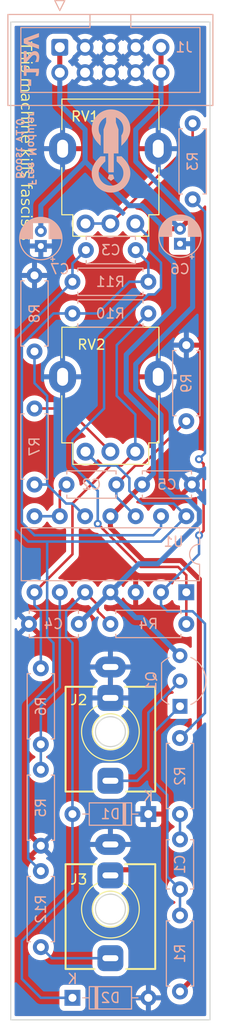
<source format=kicad_pcb>
(kicad_pcb (version 20240108) (generator "pcbnew") (generator_version "8.0")
  (title_block (title "Boost") (date "2024-09-14") (rev "1.0") (company "Free Modular"))
  (layers (0 "F.Cu" signal) (31 "B.Cu" signal) (34 "B.Paste" user) (35 "F.Paste" user) (36 "B.SilkS" user "B.Silkscreen") (37 "F.SilkS" user "F.Silkscreen") (38 "B.Mask" user) (39 "F.Mask" user) (44 "Edge.Cuts" user))
  (net 0 "")
  (net 1 "Net-(U1D--)")
  (net 2 "Net-(J3-Pad3)")
  (net 3 "Net-(U1B--)")
  (net 4 "Net-(C3-Pad2)")
  (net 5 "GND")
  (net 6 "Net-(D1-A)")
  (net 7 "Net-(U1A--)")
  (net 8 "Net-(U1C--)")
  (net 10 "Net-(R7-Pad1)")
  (net 11 "Net-(C1-Pad2)")
  (net 12 "Net-(Q1-E)")
  (net 13 "Net-(U1D-+)")
  (net 14 "+12V")
  (net 15 "-12V")
  (net 16 "Net-(Q1-B)")
  (net 17 "Net-(R3-Pad2)")
  (net 18 "Net-(R4-Pad1)")
  (net 19 "Net-(R10-Pad2)")
  (net 20 "Net-(U1C-+)")
  (footprint "FreeModular:Alpha_Potentiometer_Grounded" (layer "F.Cu") (at 33.06 45.6 90)
    (property "Reference" "RV1" (at 10.7275 -0.04 180) (layer "F.SilkS"))
    (property "Value" "50k")
    (pad "1" thru_hole circle (at 0 0 180) (size 1.8 1.8) (drill 1) (layers "*.Cu" "*.Mask") (net 17 "Net-(R3-Pad2)"))
    (pad "2" thru_hole circle (at 0 2.5 180) (size 1.8 1.8) (drill 1) (layers "*.Cu" "*.Mask") (net 17 "Net-(R3-Pad2)"))
    (pad "3" thru_hole circle (at 0 5 180) (size 1.8 1.8) (drill 1) (layers "*.Cu" "*.Mask") (net 18 "Net-(R4-Pad1)"))
    (pad "MP" thru_hole oval (at 7.5 -2.3 180) (size 2.72 3.24) (drill oval 1.1 1.8) (layers "*.Cu" "*.Mask") (net 5 "GND"))
    (pad "MP" thru_hole oval (at 7.5 7.3 180) (size 2.72 3.24) (drill oval 1.1 1.8) (layers "*.Cu" "*.Mask") (net 5 "GND"))
  )
  (footprint "FreeModular:Alpha_Potentiometer_Grounded" (layer "F.Cu") (at 33.06 68.46 90)
    (property "Reference" "RV2" (at 10.7275 0.595 180) (layer "F.SilkS"))
    (property "Value" "50k")
    (pad "1" thru_hole circle (at 0 0 180) (size 1.8 1.8) (drill 1) (layers "*.Cu" "*.Mask") (net 4 "Net-(C3-Pad2)"))
    (pad "2" thru_hole circle (at 0 2.5 180) (size 1.8 1.8) (drill 1) (layers "*.Cu" "*.Mask") (net 10 "Net-(R7-Pad1)"))
    (pad "3" thru_hole circle (at 0 5 180) (size 1.8 1.8) (drill 1) (layers "*.Cu" "*.Mask") (net 19 "Net-(R10-Pad2)"))
    (pad "MP" thru_hole oval (at 7.5 -2.3 180) (size 2.72 3.24) (drill oval 1.1 1.8) (layers "*.Cu" "*.Mask") (net 5 "GND"))
    (pad "MP" thru_hole oval (at 7.5 7.3 180) (size 2.72 3.24) (drill oval 1.1 1.8) (layers "*.Cu" "*.Mask") (net 5 "GND"))
  )
  (footprint "FreeModular:THONKICONN" (layer "F.Cu") (at 35.56 114.3 180)
    (property "Reference" "J3" (at 3.175 2.97 0) (layer "F.SilkS"))
    (property "Value" "THONKICONN")
    (fp_circle (center 0 0) (end -1.5 0) (stroke (width 0.12)) (fill none) (layer "Edge.Cuts"))
    (pad "1" thru_hole oval (at 0 6.48 180) (size 3.1 2.1) (drill oval 1.6 0.6) (layers "*.Cu" "*.Mask") (net 5 "GND"))
    (pad "2" thru_hole roundrect (at 0 3.38 180) (size 2.6 2.6) (drill oval 1.6 0.6) (layers "*.Cu" "*.Mask"))
    (pad "3" thru_hole roundrect (at 0 -4.92 180) (size 2.6 2.6) (drill oval 1.6 0.6) (layers "*.Cu" "*.Mask") (net 2 "Net-(J3-Pad3)"))
  )
  (footprint "FreeModular:THONKICONN" (layer "F.Cu") (at 35.56 96.52 180)
    (property "Reference" "J2" (at 3.175 3.175 0) (layer "F.SilkS"))
    (property "Value" "THONKICONN")
    (fp_circle (center 0 0) (end -1.5 0) (stroke (width 0.12)) (fill none) (layer "Edge.Cuts"))
    (pad "1" thru_hole oval (at 0 6.48 180) (size 3.1 2.1) (drill oval 1.6 0.6) (layers "*.Cu" "*.Mask") (net 5 "GND"))
    (pad "2" thru_hole roundrect (at 0 3.38 180) (size 2.6 2.6) (drill oval 1.6 0.6) (layers "*.Cu" "*.Mask") (net 5 "GND"))
    (pad "3" thru_hole roundrect (at 0 -4.92 180) (size 2.6 2.6) (drill oval 1.6 0.6) (layers "*.Cu" "*.Mask") (net 16 "Net-(Q1-B)"))
  )
  (footprint "Resistor_THT:R_Axial_DIN0207_L6.3mm_D2.5mm_P7.62mm_Horizontal" (layer "B.Cu") (at 42.545 104.775 90)
    (property "Reference" "R2" (at 3.81 0 90) (layer "B.SilkS") (effects (justify mirror)))
    (property "Value" "24k")
    (pad "1" thru_hole circle (at 0 0 90) (size 1.6 1.6) (drill 0.8) (layers "*.Cu" "*.Mask") (net 11 "Net-(C1-Pad2)"))
    (pad "2" thru_hole oval (at 7.62 0 90) (size 1.6 1.6) (drill 0.8) (layers "*.Cu" "*.Mask") (net 7 "Net-(U1A--)"))
  )
  (footprint "FreeModular:logo_very_small" (layer "B.Cu") (at 35.56 38.1 90)
    (property "Reference" "REF**" (hide yes))
    (property "Value" "logo_very_small" (hide yes))
  )
  (footprint "Resistor_THT:R_Axial_DIN0207_L6.3mm_D2.5mm_P7.62mm_Horizontal" (layer "B.Cu") (at 43.18 85.725 180)
    (property "Reference" "R4" (at 3.81 0 0) (layer "B.SilkS") (effects (justify mirror)))
    (property "Value" "10k")
    (pad "1" thru_hole circle (at 0 0 180) (size 1.6 1.6) (drill 0.8) (layers "*.Cu" "*.Mask") (net 18 "Net-(R4-Pad1)"))
    (pad "2" thru_hole oval (at 7.62 0 180) (size 1.6 1.6) (drill 0.8) (layers "*.Cu" "*.Mask") (net 6 "Net-(D1-A)"))
  )
  (footprint "Package_TO_SOT_THT:TO-92_Inline_Wide" (layer "B.Cu") (at 42.545 93.98 90)
    (property "Reference" "Q1" (at 2.527472 -2.892111 -90) (layer "B.SilkS") (effects (justify mirror)))
    (property "Value" "2N3904")
    (pad "1" thru_hole rect (at 0 0 90) (size 1.5 1.5) (drill 0.8) (layers "*.Cu" "*.Mask") (net 12 "Net-(Q1-E)"))
    (pad "2" thru_hole circle (at 2.54 0 90) (size 1.5 1.5) (drill 0.8) (layers "*.Cu" "*.Mask") (net 16 "Net-(Q1-B)"))
    (pad "3" thru_hole circle (at 5.08 0 90) (size 1.5 1.5) (drill 0.8) (layers "*.Cu" "*.Mask") (net 14 "+12V"))
  )
  (footprint "Resistor_THT:R_Axial_DIN0207_L6.3mm_D2.5mm_P7.62mm_Horizontal" (layer "B.Cu") (at 27.94 64.135 -90)
    (property "Reference" "R7" (at 3.81 0 90) (layer "B.SilkS") (effects (justify mirror)))
    (property "Value" "750k")
    (pad "1" thru_hole circle (at 0 0 270) (size 1.6 1.6) (drill 0.8) (layers "*.Cu" "*.Mask") (net 10 "Net-(R7-Pad1)"))
    (pad "2" thru_hole oval (at 7.62 0 270) (size 1.6 1.6) (drill 0.8) (layers "*.Cu" "*.Mask") (net 20 "Net-(U1C-+)"))
  )
  (footprint "Capacitor_THT:C_Disc_D4.7mm_W2.5mm_P5.00mm" (layer "B.Cu") (at 38.1 48.26 180)
    (property "Reference" "C3" (at 2.5 0 0) (layer "B.SilkS") (effects (justify mirror)))
    (property "Value" "33pF")
    (pad "1" thru_hole circle (at 0 0 180) (size 1.6 1.6) (drill 0.8) (layers "*.Cu" "*.Mask") (net 1 "Net-(U1D--)"))
    (pad "2" thru_hole circle (at 5 0 180) (size 1.6 1.6) (drill 0.8) (layers "*.Cu" "*.Mask") (net 4 "Net-(C3-Pad2)"))
  )
  (footprint "Capacitor_THT:C_Disc_D4.7mm_W2.5mm_P5.00mm" (layer "B.Cu") (at 31.155 71.755)
    (property "Reference" "C2" (at 2.5 0 0) (layer "B.SilkS") (effects (justify mirror)))
    (property "Value" "10nF")
    (pad "1" thru_hole circle (at 0 0) (size 1.6 1.6) (drill 0.8) (layers "*.Cu" "*.Mask") (net 8 "Net-(U1C--)"))
    (pad "2" thru_hole circle (at 5 0) (size 1.6 1.6) (drill 0.8) (layers "*.Cu" "*.Mask") (net 13 "Net-(U1D-+)"))
  )
  (footprint "Package_DIP:DIP-14_W7.62mm" (layer "B.Cu") (at 43.18 82.550842 90)
    (property "Reference" "U1" (at 5.07 -1.275 0) (layer "B.SilkS") (effects (justify mirror)))
    (property "Value" "TL074")
    (pad "1" thru_hole rect (at 0 0 90) (size 1.6 1.6) (drill 0.8) (layers "*.Cu" "*.Mask") (net 18 "Net-(R4-Pad1)"))
    (pad "2" thru_hole oval (at 0 -2.54 90) (size 1.6 1.6) (drill 0.8) (layers "*.Cu" "*.Mask") (net 7 "Net-(U1A--)"))
    (pad "3" thru_hole oval (at 0 -5.08 90) (size 1.6 1.6) (drill 0.8) (layers "*.Cu" "*.Mask") (net 5 "GND"))
    (pad "4" thru_hole oval (at 0 -7.62 90) (size 1.6 1.6) (drill 0.8) (layers "*.Cu" "*.Mask") (net 14 "+12V"))
    (pad "5" thru_hole oval (at 0 -10.16 90) (size 1.6 1.6) (drill 0.8) (layers "*.Cu" "*.Mask") (net 6 "Net-(D1-A)"))
    (pad "6" thru_hole oval (at 0 -12.7 90) (size 1.6 1.6) (drill 0.8) (layers "*.Cu" "*.Mask") (net 3 "Net-(U1B--)"))
    (pad "7" thru_hole oval (at 0 -15.24 90) (size 1.6 1.6) (drill 0.8) (layers "*.Cu" "*.Mask") (net 19 "Net-(R10-Pad2)"))
    (pad "8" thru_hole oval (at 7.62 -15.24 90) (size 1.6 1.6) (drill 0.8) (layers "*.Cu" "*.Mask") (net 8 "Net-(U1C--)"))
    (pad "9" thru_hole oval (at 7.62 -12.7 90) (size 1.6 1.6) (drill 0.8) (layers "*.Cu" "*.Mask") (net 8 "Net-(U1C--)"))
    (pad "10" thru_hole oval (at 7.62 -10.16 90) (size 1.6 1.6) (drill 0.8) (layers "*.Cu" "*.Mask") (net 20 "Net-(U1C-+)"))
    (pad "11" thru_hole oval (at 7.62 -7.62 90) (size 1.6 1.6) (drill 0.8) (layers "*.Cu" "*.Mask") (net 15 "-12V"))
    (pad "12" thru_hole oval (at 7.62 -5.08 90) (size 1.6 1.6) (drill 0.8) (layers "*.Cu" "*.Mask") (net 13 "Net-(U1D-+)"))
    (pad "13" thru_hole oval (at 7.62 -2.54 90) (size 1.6 1.6) (drill 0.8) (layers "*.Cu" "*.Mask") (net 1 "Net-(U1D--)"))
    (pad "14" thru_hole oval (at 7.62 0 90) (size 1.6 1.6) (drill 0.8) (layers "*.Cu" "*.Mask") (net 4 "Net-(C3-Pad2)"))
  )
  (footprint "Resistor_THT:R_Axial_DIN0207_L6.3mm_D2.5mm_P7.62mm_Horizontal" (layer "B.Cu") (at 28.575 107.95 90)
    (property "Reference" "R5" (at 3.81 0 90) (layer "B.SilkS") (effects (justify mirror)))
    (property "Value" "2k")
    (pad "1" thru_hole circle (at 0 0 90) (size 1.6 1.6) (drill 0.8) (layers "*.Cu" "*.Mask") (net 5 "GND"))
    (pad "2" thru_hole oval (at 7.62 0 90) (size 1.6 1.6) (drill 0.8) (layers "*.Cu" "*.Mask") (net 3 "Net-(U1B--)"))
  )
  (footprint "Capacitor_THT:C_Disc_D4.7mm_W2.5mm_P5.00mm" (layer "B.Cu") (at 42.545 112.315 90)
    (property "Reference" "C1" (at 2.5 0 90) (layer "B.SilkS") (effects (justify mirror)))
    (property "Value" "470nF")
    (pad "1" thru_hole circle (at 0 0 90) (size 1.6 1.6) (drill 0.8) (layers "*.Cu" "*.Mask") (net 12 "Net-(Q1-E)"))
    (pad "2" thru_hole circle (at 5 0 90) (size 1.6 1.6) (drill 0.8) (layers "*.Cu" "*.Mask") (net 11 "Net-(C1-Pad2)"))
  )
  (footprint "Resistor_THT:R_Axial_DIN0207_L6.3mm_D2.5mm_P7.62mm_Horizontal" (layer "B.Cu") (at 27.94 58.42 90)
    (property "Reference" "R8" (at 3.81 0 90) (layer "B.SilkS") (effects (justify mirror)))
    (property "Value" "560k")
    (pad "1" thru_hole circle (at 0 0 90) (size 1.6 1.6) (drill 0.8) (layers "*.Cu" "*.Mask") (net 20 "Net-(U1C-+)"))
    (pad "2" thru_hole oval (at 7.62 0 90) (size 1.6 1.6) (drill 0.8) (layers "*.Cu" "*.Mask") (net 5 "GND"))
  )
  (footprint "Diode_THT:D_DO-35_SOD27_P7.62mm_Horizontal" (layer "B.Cu") (at 31.75 123.19)
    (property "Reference" "D2" (at 3.81 0 0) (layer "B.SilkS") (effects (justify mirror)))
    (property "Value" "1N4148")
    (fp_text user "K" (at 0 -1.905 180) (layer "B.SilkS") (effects (justify mirror)))
    (pad "1" thru_hole rect (at 0 0) (size 1.6 1.6) (drill 0.8) (layers "*.Cu" "*.Mask") (net 6 "Net-(D1-A)"))
    (pad "2" thru_hole oval (at 7.62 0) (size 1.6 1.6) (drill 0.8) (layers "*.Cu" "*.Mask") (net 5 "GND"))
  )
  (footprint "Resistor_THT:R_Axial_DIN0207_L6.3mm_D2.5mm_P7.62mm_Horizontal" (layer "B.Cu") (at 31.75 54.61)
    (property "Reference" "R10" (at 3.81 0 0) (layer "B.SilkS") (effects (justify mirror)))
    (property "Value" "100k")
    (pad "1" thru_hole circle (at 0 0) (size 1.6 1.6) (drill 0.8) (layers "*.Cu" "*.Mask") (net 1 "Net-(U1D--)"))
    (pad "2" thru_hole oval (at 7.62 0) (size 1.6 1.6) (drill 0.8) (layers "*.Cu" "*.Mask") (net 19 "Net-(R10-Pad2)"))
  )
  (footprint "Capacitor_THT:C_Disc_D4.7mm_W2.5mm_P5.00mm" (layer "B.Cu") (at 43.735 71.755 180)
    (property "Reference" "C5" (at 2.5 0 0) (layer "B.SilkS") (effects (justify mirror)))
    (property "Value" "100nF")
    (pad "1" thru_hole circle (at 0 0 180) (size 1.6 1.6) (drill 0.8) (layers "*.Cu" "*.Mask") (net 5 "GND"))
    (pad "2" thru_hole circle (at 5 0 180) (size 1.6 1.6) (drill 0.8) (layers "*.Cu" "*.Mask") (net 15 "-12V"))
  )
  (footprint "Resistor_THT:R_Axial_DIN0207_L6.3mm_D2.5mm_P7.62mm_Horizontal" (layer "B.Cu") (at 42.545 114.935 -90)
    (property "Reference" "R1" (at 3.81 0 90) (layer "B.SilkS") (effects (justify mirror)))
    (property "Value" "10k")
    (pad "1" thru_hole circle (at 0 0 270) (size 1.6 1.6) (drill 0.8) (layers "*.Cu" "*.Mask") (net 12 "Net-(Q1-E)"))
    (pad "2" thru_hole oval (at 7.62 0 270) (size 1.6 1.6) (drill 0.8) (layers "*.Cu" "*.Mask") (net 15 "-12V"))
  )
  (footprint "Resistor_THT:R_Axial_DIN0207_L6.3mm_D2.5mm_P7.62mm_Horizontal" (layer "B.Cu") (at 28.575 110.49 -90)
    (property "Reference" "R12" (at 3.81 0 90) (layer "B.SilkS") (effects (justify mirror)))
    (property "Value" "1k")
    (pad "1" thru_hole circle (at 0 0 270) (size 1.6 1.6) (drill 0.8) (layers "*.Cu" "*.Mask") (net 4 "Net-(C3-Pad2)"))
    (pad "2" thru_hole oval (at 7.62 0 270) (size 1.6 1.6) (drill 0.8) (layers "*.Cu" "*.Mask") (net 2 "Net-(J3-Pad3)"))
  )
  (footprint "Resistor_THT:R_Axial_DIN0207_L6.3mm_D2.5mm_P7.62mm_Horizontal" (layer "B.Cu") (at 28.575 97.79 90)
    (property "Reference" "R6" (at 3.81 0 90) (layer "B.SilkS") (effects (justify mirror)))
    (property "Value" "18k")
    (pad "1" thru_hole circle (at 0 0 90) (size 1.6 1.6) (drill 0.8) (layers "*.Cu" "*.Mask") (net 3 "Net-(U1B--)"))
    (pad "2" thru_hole oval (at 7.62 0 90) (size 1.6 1.6) (drill 0.8) (layers "*.Cu" "*.Mask") (net 19 "Net-(R10-Pad2)"))
  )
  (footprint "Resistor_THT:R_Axial_DIN0207_L6.3mm_D2.5mm_P7.62mm_Horizontal" (layer "B.Cu") (at 31.75 51.435)
    (property "Reference" "R11" (at 3.81 0 0) (layer "B.SilkS") (effects (justify mirror)))
    (property "Value" "100k")
    (pad "1" thru_hole circle (at 0 0) (size 1.6 1.6) (drill 0.8) (layers "*.Cu" "*.Mask") (net 4 "Net-(C3-Pad2)"))
    (pad "2" thru_hole oval (at 7.62 0) (size 1.6 1.6) (drill 0.8) (layers "*.Cu" "*.Mask") (net 1 "Net-(U1D--)"))
  )
  (footprint "Resistor_THT:R_Axial_DIN0207_L6.3mm_D2.5mm_P7.62mm_Horizontal" (layer "B.Cu") (at 43.815 43.18 90)
    (property "Reference" "R3" (at 3.81 0 90) (layer "B.SilkS") (effects (justify mirror)))
    (property "Value" "2.4k")
    (pad "1" thru_hole circle (at 0 0 90) (size 1.6 1.6) (drill 0.8) (layers "*.Cu" "*.Mask") (net 7 "Net-(U1A--)"))
    (pad "2" thru_hole oval (at 7.62 0 90) (size 1.6 1.6) (drill 0.8) (layers "*.Cu" "*.Mask") (net 17 "Net-(R3-Pad2)"))
  )
  (footprint "Capacitor_THT:C_Disc_D4.7mm_W2.5mm_P5.00mm" (layer "B.Cu") (at 32.385 85.725 180)
    (property "Reference" "C4" (at 2.54 0 0) (layer "B.SilkS") (effects (justify mirror)))
    (property "Value" "100nF")
    (pad "1" thru_hole circle (at 0 0 180) (size 1.6 1.6) (drill 0.8) (layers "*.Cu" "*.Mask") (net 14 "+12V"))
    (pad "2" thru_hole circle (at 5 0 180) (size 1.6 1.6) (drill 0.8) (layers "*.Cu" "*.Mask") (net 5 "GND"))
  )
  (footprint "Connector_IDC:IDC-Header_2x05_P2.54mm_Vertical" (layer "B.Cu") (at 30.48 27.94 -90)
    (property "Reference" "J1" (at 0 -12.474075 180) (layer "B.SilkS") (effects (justify mirror)))
    (property "Value" "2x5 IDC")
    (pad "1" thru_hole roundrect (at 0 0 270) (size 1.7 1.7) (drill 1) (layers "*.Cu" "*.Mask") (roundrect_rratio 0.147059) (net 15 "-12V"))
    (pad "2" thru_hole circle (at 2.54 0 270) (size 1.7 1.7) (drill 1) (layers "*.Cu" "*.Mask") (net 15 "-12V"))
    (pad "3" thru_hole circle (at 0 -2.54 270) (size 1.7 1.7) (drill 1) (layers "*.Cu" "*.Mask") (net 5 "GND"))
    (pad "4" thru_hole circle (at 2.54 -2.54 270) (size 1.7 1.7) (drill 1) (layers "*.Cu" "*.Mask") (net 5 "GND"))
    (pad "5" thru_hole circle (at 0 -5.08 270) (size 1.7 1.7) (drill 1) (layers "*.Cu" "*.Mask") (net 5 "GND"))
    (pad "6" thru_hole circle (at 2.54 -5.08 270) (size 1.7 1.7) (drill 1) (layers "*.Cu" "*.Mask") (net 5 "GND"))
    (pad "7" thru_hole circle (at 0 -7.62 270) (size 1.7 1.7) (drill 1) (layers "*.Cu" "*.Mask") (net 5 "GND"))
    (pad "8" thru_hole circle (at 2.54 -7.62 270) (size 1.7 1.7) (drill 1) (layers "*.Cu" "*.Mask") (net 5 "GND"))
    (pad "9" thru_hole circle (at 0 -10.16 270) (size 1.7 1.7) (drill 1) (layers "*.Cu" "*.Mask") (net 14 "+12V"))
    (pad "10" thru_hole circle (at 2.54 -10.16 270) (size 1.7 1.7) (drill 1) (layers "*.Cu" "*.Mask") (net 14 "+12V"))
  )
  (footprint "Capacitor_THT:CP_Radial_D4.0mm_P1.50mm" (layer "B.Cu") (at 28.575 47.855 90)
    (property "Reference" "C7" (at -2.31 1.905 180) (layer "B.SilkS") (effects (justify mirror)))
    (property "Value" "10uF")
    (pad "1" thru_hole rect (at 0 0 90) (size 1.2 1.2) (drill 0.6) (layers "*.Cu" "*.Mask") (net 5 "GND"))
    (pad "2" thru_hole circle (at 1.5 0 90) (size 1.2 1.2) (drill 0.6) (layers "*.Cu" "*.Mask") (net 15 "-12V"))
  )
  (footprint "Diode_THT:D_DO-35_SOD27_P7.62mm_Horizontal" (layer "B.Cu") (at 39.37 104.775 180)
    (property "Reference" "D1" (at 3.81 0 0) (layer "B.SilkS") (effects (justify mirror)))
    (property "Value" "1N4148")
    (fp_text user "K" (at 0 1.8 0) (layer "B.SilkS") (effects (justify mirror)))
    (pad "1" thru_hole rect (at 0 0 180) (size 1.6 1.6) (drill 0.8) (layers "*.Cu" "*.Mask") (net 5 "GND"))
    (pad "2" thru_hole oval (at 7.62 0 180) (size 1.6 1.6) (drill 0.8) (layers "*.Cu" "*.Mask") (net 6 "Net-(D1-A)"))
  )
  (footprint "Resistor_THT:R_Axial_DIN0207_L6.3mm_D2.5mm_P7.62mm_Horizontal" (layer "B.Cu") (at 43.18 65.405 90)
    (property "Reference" "R9" (at 3.81 0 90) (layer "B.SilkS") (effects (justify mirror)))
    (property "Value" "15k")
    (pad "1" thru_hole circle (at 0 0 90) (size 1.6 1.6) (drill 0.8) (layers "*.Cu" "*.Mask") (net 13 "Net-(U1D-+)"))
    (pad "2" thru_hole oval (at 7.62 0 90) (size 1.6 1.6) (drill 0.8) (layers "*.Cu" "*.Mask") (net 5 "GND"))
  )
  (footprint "Capacitor_THT:CP_Radial_D4.0mm_P1.50mm" (layer "B.Cu") (at 42.545 47.625 90)
    (property "Reference" "C6" (at -2.54 0 180) (layer "B.SilkS") (effects (justify mirror)))
    (property "Value" "10uF")
    (pad "1" thru_hole rect (at 0 0 90) (size 1.2 1.2) (drill 0.6) (layers "*.Cu" "*.Mask") (net 14 "+12V"))
    (pad "2" thru_hole circle (at 1.5 0 90) (size 1.2 1.2) (drill 0.6) (layers "*.Cu" "*.Mask") (net 5 "GND"))
  )
  (gr_line (start 25.56 25.400749) (end 25.56 125.400749) (stroke (width 0.1)) (layer "Edge.Cuts"))
  (gr_line (start 45.56 25.400749) (end 25.56 25.400749) (stroke (width 0.1)) (layer "Edge.Cuts"))
  (gr_line (start 45.56 125.4) (end 45.56 25.4) (stroke (width 0.1)) (layer "Edge.Cuts"))
  (gr_line (start 25.56 125.400749) (end 45.56 125.400749) (stroke (width 0.1)) (layer "Edge.Cuts"))
  (gr_text "Free Modular\nBoost v1.0" (at 26.035 38.1 270) (layer "B.SilkS") (effects (font (size 0.75 0.75) (thickness 0.15) (bold yes)) (justify bottom mirror)))
  (gr_text "-12V" (at 27.483701 29.21 270) (layer "B.SilkS") (effects (font (size 1.5 1.5) (thickness 0.3) (bold yes)) (justify mirror)))
  (gr_text "This machine kills fascists" (at 26.406997 27.355112 -90) (layer "F.SilkS") (effects (font (size 1.1 1.1)) (justify left bottom)))
  (segment (start 39.37 51.435) (end 39.37 49.53) (width 0.254) (layer "B.Cu") (net 1))
  (segment (start 39.37 49.53) (end 38.1 48.26) (width 0.254) (layer "B.Cu") (net 1))
  (segment (start 31.75 54.61) (end 34.29 54.61) (width 0.254) (layer "B.Cu") (net 1))
  (segment (start 39.86637 76.835842) (end 40.64 76.062212) (width 0.254) (layer "B.Cu") (net 1))
  (segment (start 40.64 76.062212) (end 40.64 74.930842) (width 0.254) (layer "B.Cu") (net 1))
  (segment (start 26.67 57.785) (end 26.67 75.565) (width 0.254) (layer "B.Cu") (net 1))
  (segment (start 31.75 54.61) (end 29.845 54.61) (width 0.254) (layer "B.Cu") (net 1))
  (segment (start 37.465 51.435) (end 39.37 51.435) (width 0.254) (layer "B.Cu") (net 1))
  (segment (start 34.29 54.61) (end 37.465 51.435) (width 0.254) (layer "B.Cu") (net 1))
  (segment (start 29.845 54.61) (end 26.67 57.785) (width 0.254) (layer "B.Cu") (net 1))
  (segment (start 30.48 76.835842) (end 39.86637 76.835842) (width 0.254) (layer "B.Cu") (net 1))
  (segment (start 27.94 76.835) (end 30.479158 76.835) (width 0.254) (layer "B.Cu") (net 1))
  (segment (start 30.479158 76.835) (end 30.48 76.835842) (width 0.254) (layer "B.Cu") (net 1))
  (segment (start 26.67 75.565) (end 27.94 76.835) (width 0.254) (layer "B.Cu") (net 1))
  (segment (start 35.56 119.22) (end 29.685 119.22) (width 0.254) (layer "B.Cu") (net 2))
  (segment (start 29.685 119.22) (end 28.575 118.11) (width 0.254) (layer "B.Cu") (net 2))
  (segment (start 28.575 100.33) (end 28.575 97.79) (width 0.254) (layer "B.Cu") (net 3))
  (segment (start 28.575 93.98) (end 30.48 92.075) (width 0.254) (layer "B.Cu") (net 3))
  (segment (start 28.575 97.79) (end 28.575 93.98) (width 0.254) (layer "B.Cu") (net 3))
  (segment (start 30.48 92.075) (end 30.48 82.550842) (width 0.254) (layer "B.Cu") (net 3))
  (segment (start 31.75 49.61) (end 31.75 51.435) (width 0.254) (layer "B.Cu") (net 4))
  (segment (start 29.845 91.44) (end 27.305 93.98) (width 0.254) (layer "B.Cu") (net 4))
  (segment (start 33.1 48.26) (end 31.75 49.61) (width 0.254) (layer "B.Cu") (net 4))
  (segment (start 31.75 77.470842) (end 29.21 77.470842) (width 0.254) (layer "B.Cu") (net 4))
  (segment (start 41.909158 73.66) (end 38.735 73.66) (width 0.254) (layer "B.Cu") (net 4))
  (segment (start 37.465 72.39) (end 37.465 71.12) (width 0.254) (layer "B.Cu") (net 4))
  (segment (start 28.574579 77.470421) (end 27.305421 77.470421) (width 0.254) (layer "B.Cu") (net 4))
  (segment (start 28.575 110.49) (end 27.305 109.22) (width 0.254) (layer "B.Cu") (net 4))
  (segment (start 37.465 71.12) (end 36.195 69.85) (width 0.254) (layer "B.Cu") (net 4))
  (segment (start 29.21 77.470842) (end 28.575 77.470842) (width 0.254) (layer "B.Cu") (net 4))
  (segment (start 26.068 57.117) (end 26.068 57.15) (width 0.254) (layer "B.Cu") (net 4))
  (segment (start 43.18 74.930842) (end 40.64 77.470842) (width 0.254) (layer "B.Cu") (net 4))
  (segment (start 29.845 87.63) (end 29.845 91.44) (width 0.254) (layer "B.Cu") (net 4))
  (segment (start 27.305421 77.470421) (end 26.068 76.233) (width 0.254) (layer "B.Cu") (net 4))
  (segment (start 29.21 77.470842) (end 29.21 86.995) (width 0.254) (layer "B.Cu") (net 4))
  (segment (start 38.735 73.66) (end 37.465 72.39) (width 0.254) (layer "B.Cu") (net 4))
  (segment (start 36.195 69.85) (end 34.45 69.85) (width 0.254) (layer "B.Cu") (net 4))
  (segment (start 27.305 93.98) (end 27.305 109.22) (width 0.254) (layer "B.Cu") (net 4))
  (segment (start 26.068 76.233) (end 26.068 57.15) (width 0.254) (layer "B.Cu") (net 4))
  (segment (start 40.64 77.470842) (end 31.75 77.470842) (width 0.254) (layer "B.Cu") (net 4))
  (segment (start 31.75 51.435) (end 26.068 57.117) (width 0.254) (layer "B.Cu") (net 4))
  (segment (start 34.45 69.85) (end 33.06 68.46) (width 0.254) (layer "B.Cu") (net 4))
  (segment (start 43.18 74.930842) (end 41.909158 73.66) (width 0.254) (layer "B.Cu") (net 4))
  (segment (start 28.575 77.470842) (end 28.574579 77.470421) (width 0.254) (layer "B.Cu") (net 4))
  (segment (start 29.21 86.995) (end 29.845 87.63) (width 0.254) (layer "B.Cu") (net 4))
  (segment (start 38.173787 63.5) (end 36.903787 62.23) (width 0.508) (layer "F.Cu") (net 5))
  (segment (start 29.845 50.8) (end 29.845 54.61) (width 0.508) (layer "F.Cu") (net 5))
  (segment (start 39.37 107.315) (end 39.37 109.855) (width 0.508) (layer "F.Cu") (net 5))
  (segment (start 38.865 110.36) (end 35.56 110.36) (width 0.508) (layer "F.Cu") (net 5))
  (segment (start 43.815 63.5) (end 38.173787 63.5) (width 0.508) (layer "F.Cu") (net 5))
  (segment (start 27.385 85.725) (end 31.7 90.04) (width 0.508) (layer "F.Cu") (net 5))
  (segment (start 39.37 107.315) (end 39.37 104.775) (width 0.508) (layer "F.Cu") (net 5))
  (segment (start 29.845 56.515) (end 31.115 57.785) (width 0.508) (layer "F.Cu") (net 5))
  (segment (start 35.56 93.14) (end 35.56 90.04) (width 0.508) (layer "F.Cu") (net 5))
  (segment (start 31.115 42.545) (end 31.115 46.517) (width 0.508) (layer "F.Cu") (net 5))
  (segment (start 33.02 40.64) (end 31.115 42.545) (width 0.508) (layer "F.Cu") (net 5))
  (segment (start 29.845 54.61) (end 28.490001 54.61) (width 0.508) (layer "F.Cu") (net 5))
  (segment (start 40.603106 48.931894) (end 40.603106 46.99) (width 0.508) (layer "F.Cu") (net 5))
  (segment (start 35.56 27.94) (end 33.02 30.48) (width 0.508) (layer "F.Cu") (net 5))
  (segment (start 41.275 57.785) (end 41.275 49.603787) (width 0.508) (layer "F.Cu") (net 5))
  (segment (start 43.18 57.785) (end 41.275 57.785) (width 0.508) (layer "F.Cu") (net 5))
  (segment (start 36.903787 57.785) (end 36.903787 62.23) (width 0.508) (layer "F.Cu") (net 5))
  (segment (start 33.02 27.94) (end 35.56 30.48) (width 0.508) (layer "F.Cu") (net 5))
  (segment (start 41.275 57.785) (end 36.903787 57.785) (width 0.508) (layer "F.Cu") (net 5))
  (segment (start 42.545 70.565) (end 42.545 69.215) (width 0.508) (layer "F.Cu") (net 5))
  (segment (start 39.37 94.615) (end 37.895 93.14) (width 0.508) (layer "F.Cu") (net 5))
  (segment (start 31.096778 47.855) (end 31.115 47.836778) (width 0.508) (layer "F.Cu") (net 5))
  (segment (start 39.37 109.855) (end 38.865 110.36) (width 0.508) (layer "F.Cu") (net 5))
  (segment (start 42.545 46.125) (end 41.468106 46.125) (width 0.508) (layer "F.Cu") (net 5))
  (segment (start 42.545 69.215) (end 44.925 66.835) (width 0.508) (layer "F.Cu") (net 5))
  (segment (start 37.895 93.14) (end 35.56 93.14) (width 0.508) (layer "F.Cu") (net 5))
  (segment (start 44.925 66.835) (end 44.925 66.675) (width 0.508) (layer "F.Cu") (net 5))
  (segment (start 35.56 27.94) (end 38.1 30.48) (width 0.508) (layer "F.Cu") (net 5))
  (segment (start 44.925 64.61) (end 43.815 63.5) (width 0.508) (layer "F.Cu") (net 5))
  (segment (start 28.490001 54.61) (end 26.195 56.905001) (width 0.508) (layer "F.Cu") (net 5))
  (segment (start 26.195 84.535) (end 27.385 85.725) (width 0.508) (layer "F.Cu") (net 5))
  (segment (start 31.115 46.99) (end 31.115 47.836778) (width 0.508) (layer "F.Cu") (net 5))
  (segment (start 35.56 30.48) (end 33.02 33.02) (width 0.508) (layer "F.Cu") (net 5))
  (segment (start 31.7 90.04) (end 35.56 90.04) (width 0.508) (layer "F.Cu") (net 5))
  (segment (start 29.845 54.61) (end 29.845 56.515) (width 0.508) (layer "F.Cu") (net 5))
  (segment (start 27.94 50.8) (end 29.845 50.8) (width 0.508) (layer "F.Cu") (net 5))
  (segment (start 31.115 47.836778) (end 31.115 49.53) (width 0.508) (layer "F.Cu") (net 5))
  (segment (start 31.115 57.785) (end 36.903787 57.785) (width 0.508) (layer "F.Cu") (net 5))
  (segment (start 35.56 30.48) (end 38.1 27.94) (width 0.508) (layer "F.Cu") (net 5))
  (segment (start 31.115 46.517) (end 31.115 46.99) (width 0.508) (layer "F.Cu") (net 5))
  (segment (start 41.468106 46.125) (end 40.603106 46.99) (width 0.508) (layer "F.Cu") (net 5))
  (segment (start 28.575 47.855) (end 31.096778 47.855) (width 0.508) (layer "F.Cu") (net 5))
  (segment (start 31.115 49.53) (end 29.845 50.8) (width 0.508) (layer "F.Cu") (net 5))
  (segment (start 43.735 71.755) (end 42.545 70.565) (width 0.508) (layer "F.Cu") (net 5))
  (segment (start 44.925 66.675) (end 44.925 64.61) (width 0.508) (layer "F.Cu") (net 5))
  (segment (start 41.275 49.603787) (end 40.603106 48.931894) (width 0.508) (layer "F.Cu") (net 5))
  (segment (start 39.37 104.775) (end 39.37 94.615) (width 0.508) (layer "F.Cu") (net 5))
  (segment (start 26.195 56.905001) (end 26.195 84.535) (width 0.508) (layer "F.Cu") (net 5))
  (segment (start 33.02 33.02) (end 33.02 40.64) (width 0.508) (layer "F.Cu") (net 5))
  (segment (start 34.289158 83.82) (end 33.02 82.550842) (width 0.254) (layer "F.Cu") (net 6))
  (segment (start 34.29 83.82) (end 34.289158 83.82) (width 0.254) (layer "F.Cu") (net 6))
  (segment (start 34.29 84.455) (end 34.29 83.82) (width 0.254) (layer "F.Cu") (net 6))
  (segment (start 35.56 85.725) (end 34.29 84.455) (width 0.254) (layer "F.Cu") (net 6))
  (segment (start 31.75 87.63) (end 31.115 86.995) (width 0.254) (layer "B.Cu") (net 6))
  (segment (start 31.75 112.395) (end 26.67 117.475) (width 0.254) (layer "B.Cu") (net 6))
  (segment (start 31.75 104.775) (end 31.75 87.63) (width 0.254) (layer "B.Cu") (net 6))
  (segment (start 31.115 86.995) (end 31.115 84.455842) (width 0.254) (layer "B.Cu") (net 6))
  (segment (start 28.575 123.19) (end 31.75 123.19) (width 0.254) (layer "B.Cu") (net 6))
  (segment (start 31.75 104.775) (end 31.75 112.395) (width 0.254) (layer "B.Cu") (net 6))
  (segment (start 31.115 84.455842) (end 33.02 82.550842) (width 0.254) (layer "B.Cu") (net 6))
  (segment (start 26.67 117.475) (end 26.67 121.285) (width 0.254) (layer "B.Cu") (net 6))
  (segment (start 26.67 121.285) (end 28.575 123.19) (width 0.254) (layer "B.Cu") (net 6))
  (segment (start 44.916 69.681) (end 44.916 76.383948) (width 0.254) (layer "F.Cu") (net 7))
  (segment (start 44.916 76.383948) (end 44.457474 76.842474) (width 0.254) (layer "F.Cu") (net 7))
  (segment (start 44.45 69.215) (end 44.916 69.681) (width 0.254) (layer "F.Cu") (net 7))
  (via (at 44.45 69.215) (size 0.8) (drill 0.4) (layers "F.Cu" "B.Cu") (net 7))
  (via (at 44.457474 76.842474) (size 0.8) (drill 0.4) (layers "F.Cu" "B.Cu") (net 7))
  (segment (start 44.457474 78.733368) (end 44.457474 76.842474) (width 0.254) (layer "B.Cu") (net 7))
  (segment (start 45.052 94.615) (end 45.052 85.692) (width 0.254) (layer "B.Cu") (net 7))
  (segment (start 45.052 85.692) (end 43.815 84.455) (width 0.254) (layer "B.Cu") (net 7))
  (segment (start 45.052 44.45) (end 45.052 68.613) (width 0.254) (layer "B.Cu") (net 7))
  (segment (start 44.450421 78.740421) (end 44.457474 78.733368) (width 0.254) (layer "B.Cu") (net 7))
  (segment (start 43.815 43.18) (end 45.052 44.417) (width 0.254) (layer "B.Cu") (net 7))
  (segment (start 43.815 84.455) (end 41.275 84.455) (width 0.254) (layer "B.Cu") (net 7))
  (segment (start 44.450421 78.740421) (end 40.64 82.550842) (width 0.254) (layer "B.Cu") (net 7))
  (segment (start 45.052 68.613) (end 44.45 69.215) (width 0.254) (layer "B.Cu") (net 7))
  (segment (start 44.457474 76.842474) (end 44.596 76.981) (width 0.254) (layer "B.Cu") (net 7))
  (segment (start 45.052 44.417) (end 45.052 44.45) (width 0.254) (layer "B.Cu") (net 7))
  (segment (start 40.64 83.82) (end 40.64 82.550842) (width 0.254) (layer "B.Cu") (net 7))
  (segment (start 45.052 94.648) (end 45.052 94.615) (width 0.254) (layer "B.Cu") (net 7))
  (segment (start 41.275 84.455) (end 40.64 83.82) (width 0.254) (layer "B.Cu") (net 7))
  (segment (start 42.545 97.155) (end 45.052 94.648) (width 0.254) (layer "B.Cu") (net 7))
  (segment (start 30.48 72.43) (end 31.155 71.755) (width 0.254) (layer "F.Cu") (net 8))
  (segment (start 30.48 74.930842) (end 30.48 72.43) (width 0.254) (layer "F.Cu") (net 8))
  (segment (start 30.48 74.930842) (end 27.94 74.930842) (width 0.254) (layer "B.Cu") (net 8))
  (segment (start 31.235 64.135) (end 27.94 64.135) (width 0.254) (layer "F.Cu") (net 10))
  (segment (start 35.56 68.46) (end 31.235 64.135) (width 0.254) (layer "F.Cu") (net 10))
  (segment (start 42.545 107.315) (end 42.545 104.775) (width 0.254) (layer "B.Cu") (net 11))
  (segment (start 42.545 114.935) (end 42.545 112.315) (width 0.254) (layer "B.Cu") (net 12))
  (segment (start 41.275 111.045) (end 41.275 102.87) (width 0.254) (layer "B.Cu") (net 12))
  (segment (start 40.005 96.52) (end 42.545 93.98) (width 0.254) (layer "B.Cu") (net 12))
  (segment (start 41.275 102.87) (end 40.005 101.6) (width 0.254) (layer "B.Cu") (net 12))
  (segment (start 40.005 101.6) (end 40.005 96.52) (width 0.254) (layer "B.Cu") (net 12))
  (segment (start 42.545 112.315) (end 41.275 111.045) (width 0.254) (layer "B.Cu") (net 12))
  (segment (start 43.18 65.405) (end 38.735 69.85) (width 0.254) (layer "F.Cu") (net 13))
  (segment (start 38.06 69.85) (end 36.155 71.755) (width 0.254) (layer "F.Cu") (net 13))
  (segment (start 38.735 69.85) (end 38.06 69.85) (width 0.254) (layer "F.Cu") (net 13))
  (segment (start 36.83 73.66) (end 36.155 72.985) (width 0.254) (layer "B.Cu") (net 13))
  (segment (start 36.155 72.985) (end 36.155 71.755) (width 0.254) (layer "B.Cu") (net 13))
  (segment (start 36.83 73.660842) (end 36.83 73.66) (width 0.254) (layer "B.Cu") (net 13))
  (segment (start 38.1 74.930842) (end 36.83 73.660842) (width 0.254) (layer "B.Cu") (net 13))
  (segment (start 40.64 27.94) (end 40.64 30.48) (width 0.508) (layer "F.Cu") (net 14))
  (segment (start 38.1 62.23) (end 40.64 64.77) (width 0.508) (layer "B.Cu") (net 14))
  (segment (start 38.1 39.37) (end 38.1 36.195) (width 0.508) (layer "B.Cu") (net 14))
  (segment (start 42.545 47.625) (end 43.815 47.625) (width 0.508) (layer "B.Cu") (net 14))
  (segment (start 37.464158 84.455) (end 35.56 82.550842) (width 0.508) (layer "B.Cu") (net 14))
  (segment (start 40.64 33.655) (end 40.64 30.48) (width 0.508) (layer "B.Cu") (net 14))
  (segment (start 43.815 45.085) (end 38.1 39.37) (width 0.508) (layer "B.Cu") (net 14))
  (segment (start 40.3225 79.693342) (end 38.4175 79.693342) (width 0.508) (layer "B.Cu") (net 14))
  (segment (start 32.385842 85.725) (end 35.56 82.550842) (width 0.508) (layer "B.Cu") (net 14))
  (segment (start 43.124371 73.025421) (end 44.488 74.38905) (width 0.508) (layer "B.Cu") (net 14))
  (segment (start 41.909579 73.025421) (end 43.124371 73.025421) (width 0.508) (layer "B.Cu") (net 14))
  (segment (start 37.465 84.455) (end 37.464158 84.455) (width 0.508) (layer "B.Cu") (net 14))
  (segment (start 43.815 47.625) (end 43.815 53.975) (width 0.508) (layer "B.Cu") (net 14))
  (segment (start 32.385 85.725) (end 32.385842 85.725) (width 0.508) (layer "B.Cu") (net 14))
  (segment (start 38.1 36.195) (end 40.64 33.655) (width 0.508) (layer "B.Cu") (net 14))
  (segment (start 44.488 75.527842) (end 40.3225 79.693342) (width 0.508) (layer "B.Cu") (net 14))
  (segment (start 43.815 46.99) (end 43.815 45.085) (width 0.508) (layer "B.Cu") (net 14))
  (segment (start 44.488 74.38905) (end 44.488 75.527842) (width 0.508) (layer "B.Cu") (net 14))
  (segment (start 38.4175 79.693342) (end 35.56 82.550842) (width 0.508) (layer "B.Cu") (net 14))
  (segment (start 40.64 64.77) (end 40.64 71.755842) (width 0.508) (layer "B.Cu") (net 14))
  (segment (start 43.815 53.975) (end 38.1 59.69) (width 0.508) (layer "B.Cu") (net 14))
  (segment (start 43.815 46.99) (end 43.815 47.625) (width 0.508) (layer "B.Cu") (net 14))
  (segment (start 42.545 88.9) (end 38.735 85.09) (width 0.508) (layer "B.Cu") (net 14))
  (segment (start 40.64 71.755842) (end 41.909579 73.025421) (width 0.508) (layer "B.Cu") (net 14))
  (segment (start 38.1 85.09) (end 37.465 84.455) (width 0.508) (layer "B.Cu") (net 14))
  (segment (start 38.1 59.69) (end 38.1 62.23) (width 0.508) (layer "B.Cu") (net 14))
  (segment (start 38.735 85.09) (end 38.1 85.09) (width 0.508) (layer "B.Cu") (net 14))
  (segment (start 38.87363 79.375842) (end 42.621 79.375842) (width 0.508) (layer "F.Cu") (net 15))
  (segment (start 35.56 76.062212) (end 38.87363 79.375842) (width 0.508) (layer "F.Cu") (net 15))
  (segment (start 35.6 74.930842) (end 38.775 71.755842) (width 0.508) (layer "F.Cu") (net 15))
  (segment (start 35.56 74.930842) (end 35.56 76.062212) (width 0.508) (layer "F.Cu") (net 15))
  (segment (start 42.621 79.375842) (end 44.488 81.242842) (width 0.508) (layer "F.Cu") (net 15))
  (segment (start 44.488 81.242842) (end 44.488 120.612) (width 0.508) (layer "F.Cu") (net 15))
  (segment (start 30.48 27.94) (end 30.48 30.48) (width 0.508) (layer "F.Cu") (net 15))
  (segment (start 44.488 120.612) (end 42.545 122.555) (width 0.508) (layer "F.Cu") (net 15))
  (segment (start 40.64 48.26) (end 41.91 49.53) (width 0.508) (layer "B.Cu") (net 15))
  (segment (start 33.02 39.37) (end 28.575 43.815) (width 0.508) (layer "B.Cu") (net 15))
  (segment (start 40.64 45.72) (end 40.64 48.26) (width 0.508) (layer "B.Cu") (net 15))
  (segment (start 37.1475 58.7375) (end 37.1475 62.5475) (width 0.508) (layer "B.Cu") (net 15))
  (segment (start 39.878 65.278) (end 39.878 70.652842) (width 0.508) (layer "B.Cu") (net 15))
  (segment (start 41.91 49.53) (end 41.91 53.975) (width 0.508) (layer "B.Cu") (net 15))
  (segment (start 37.1475 62.5475) (end 39.878 65.278) (width 0.508) (layer "B.Cu") (net 15))
  (segment (start 30.48 30.48) (end 30.48 33.655) (width 0.508) (layer "B.Cu") (net 15))
  (segment (start 33.02 39.37) (end 37.465 43.815) (width 0.508) (layer "B.Cu") (net 15))
  (segment (start 39.878 70.652842) (end 38.775 71.755842) (width 0.508) (layer "B.Cu") (net 15))
  (segment (start 37.465 43.815) (end 38.735 43.815) (width 0.508) (layer "B.Cu") (net 15))
  (segment (start 30.48 33.655) (end 33.02 36.195) (width 0.508) (layer "B.Cu") (net 15))
  (segment (start 35.56 74.930842) (end 35.6 74.930842) (width 0.508) (layer "B.Cu") (net 15))
  (segment (start 33.02 36.195) (end 33.02 39.37) (width 0.508) (layer "B.Cu") (net 15))
  (segment (start 28.575 43.815) (end 28.575 45.72) (width 0.508) (layer "B.Cu") (net 15))
  (segment (start 38.735 43.815) (end 40.64 45.72) (width 0.508) (layer "B.Cu") (net 15))
  (segment (start 41.91 53.975) (end 37.1475 58.7375) (width 0.508) (layer "B.Cu") (net 15))
  (segment (start 38.26 101.44) (end 39.37 100.33) (width 0.254) (layer "B.Cu") (net 16))
  (segment (start 39.37 94.615) (end 42.545 91.44) (width 0.254) (layer "B.Cu") (net 16))
  (segment (start 39.37 100.33) (end 39.37 94.615) (width 0.254) (layer "B.Cu") (net 16))
  (segment (start 35.56 101.44) (end 38.26 101.44) (width 0.254) (layer "B.Cu") (net 16))
  (segment (start 43.815 37.367146) (end 43.815 35.56) (width 0.254) (layer "F.Cu") (net 17))
  (segment (start 35.56 45.6) (end 35.582146 45.6) (width 0.254) (layer "F.Cu") (net 17))
  (segment (start 35.582146 45.6) (end 43.815 37.367146) (width 0.254) (layer "F.Cu") (net 17))
  (segment (start 33.06 45.6) (end 35.56 45.6) (width 0.254) (layer "B.Cu") (net 17))
  (segment (start 42.357974 80.010842) (end 43.18 80.832868) (width 0.254) (layer "F.Cu") (net 18))
  (segment (start 43.18 80.832868) (end 43.18 82.550842) (width 0.254) (layer "F.Cu") (net 18))
  (segment (start 34.29 75.690238) (end 38.610604 80.010842) (width 0.254) (layer "F.Cu") (net 18))
  (segment (start 38.610604 80.010842) (end 42.357974 80.010842) (width 0.254) (layer "F.Cu") (net 18))
  (segment (start 43.18 85.725) (end 43.18 82.550842) (width 0.254) (layer "F.Cu") (net 18))
  (via (at 34.29 75.690238) (size 0.8) (drill 0.4) (layers "F.Cu" "B.Cu") (net 18))
  (segment (start 31.75 67.31) (end 34.925 64.135) (width 0.254) (layer "B.Cu") (net 18))
  (segment (start 40.64 49.53) (end 39.37 48.26) (width 0.254) (layer "B.Cu") (net 18))
  (segment (start 39.37 46.91) (end 38.06 45.6) (width 0.254) (layer "B.Cu") (net 18))
  (segment (start 39.37 52.705) (end 40.005 52.705) (width 0.254) (layer "B.Cu") (net 18))
  (segment (start 34.29 72.39) (end 31.75 69.85) (width 0.254) (layer "B.Cu") (net 18))
  (segment (start 34.925 57.15) (end 39.37 52.705) (width 0.254) (layer "B.Cu") (net 18))
  (segment (start 40.005 52.705) (end 40.64 52.07) (width 0.254) (layer "B.Cu") (net 18))
  (segment (start 39.37 48.26) (end 39.37 46.91) (width 0.254) (layer "B.Cu") (net 18))
  (segment (start 34.925 64.135) (end 34.925 57.15) (width 0.254) (layer "B.Cu") (net 18))
  (segment (start 34.29 75.690238) (end 34.29 72.39) (width 0.254) (layer "B.Cu") (net 18))
  (segment (start 31.75 69.85) (end 31.75 67.31) (width 0.254) (layer "B.Cu") (net 18))
  (segment (start 40.64 52.07) (end 40.64 49.53) (width 0.254) (layer "B.Cu") (net 18))
  (segment (start 35.56 69.85) (end 36.67 69.85) (width 0.254) (layer "F.Cu") (net 19))
  (segment (start 31.75 78.740842) (end 31.75 73.66) (width 0.254) (layer "F.Cu") (net 19))
  (segment (start 31.75 73.66) (end 35.56 69.85) (width 0.254) (layer "F.Cu") (net 19))
  (segment (start 36.67 69.85) (end 38.06 68.46) (width 0.254) (layer "F.Cu") (net 19))
  (segment (start 27.94 82.550842) (end 31.75 78.740842) (width 0.254) (layer "F.Cu") (net 19))
  (segment (start 39.37 54.61) (end 36.195 57.785) (width 0.254) (layer "B.Cu") (net 19))
  (segment (start 36.195 62.865) (end 36.195 58.42) (width 0.254) (layer "B.Cu") (net 19))
  (segment (start 38.06 68.46) (end 38.06 64.73) (width 0.254) (layer "B.Cu") (net 19))
  (segment (start 38.06 64.73) (end 36.195 62.865) (width 0.254) (layer "B.Cu") (net 19))
  (segment (start 27.94 82.550842) (end 27.94 83.82) (width 0.254) (layer "B.Cu") (net 19))
  (segment (start 28.575 90.17) (end 28.575 84.455) (width 0.254) (layer "B.Cu") (net 19))
  (segment (start 36.195 57.785) (end 36.195 58.42) (width 0.254) (layer "B.Cu") (net 19))
  (segment (start 27.94 83.82) (end 28.575 84.455) (width 0.254) (layer "B.Cu") (net 19))
  (segment (start 31.75 73.660842) (end 33.02 74.930842) (width 0.254) (layer "B.Cu") (net 20))
  (segment (start 29.21 71.755) (end 29.21 62.865) (width 0.254) (layer "B.Cu") (net 20))
  (segment (start 27.94 61.595) (end 29.21 62.865) (width 0.254) (layer "B.Cu") (net 20))
  (segment (start 29.21 71.755) (end 31.115 73.66) (width 0.254) (layer "B.Cu") (net 20))
  (segment (start 31.115 73.66) (end 31.75 73.66) (width 0.254) (layer "B.Cu") (net 20))
  (segment (start 31.75 73.66) (end 31.75 73.660842) (width 0.254) (layer "B.Cu") (net 20))
  (segment (start 27.94 58.42) (end 27.94 61.595) (width 0.254) (layer "B.Cu") (net 20))
  (segment (start 27.94 71.755) (end 29.21 71.755) (width 0.254) (layer "B.Cu") (net 20))
  (zone (net 5) (net_name "GND") (layers "F&B.Cu") (connect_pads (clearance 0.508)) (min_thickness 0.25) (fill yes (thermal_gap 0.5) (thermal_bridge_width 0.5))
    (polygon (pts (xy 25.553806 25.400202) (xy 45.567918 25.390589) (xy 45.546731 125.391403) (xy 25.562141 125.379463)))
  )
)
</source>
